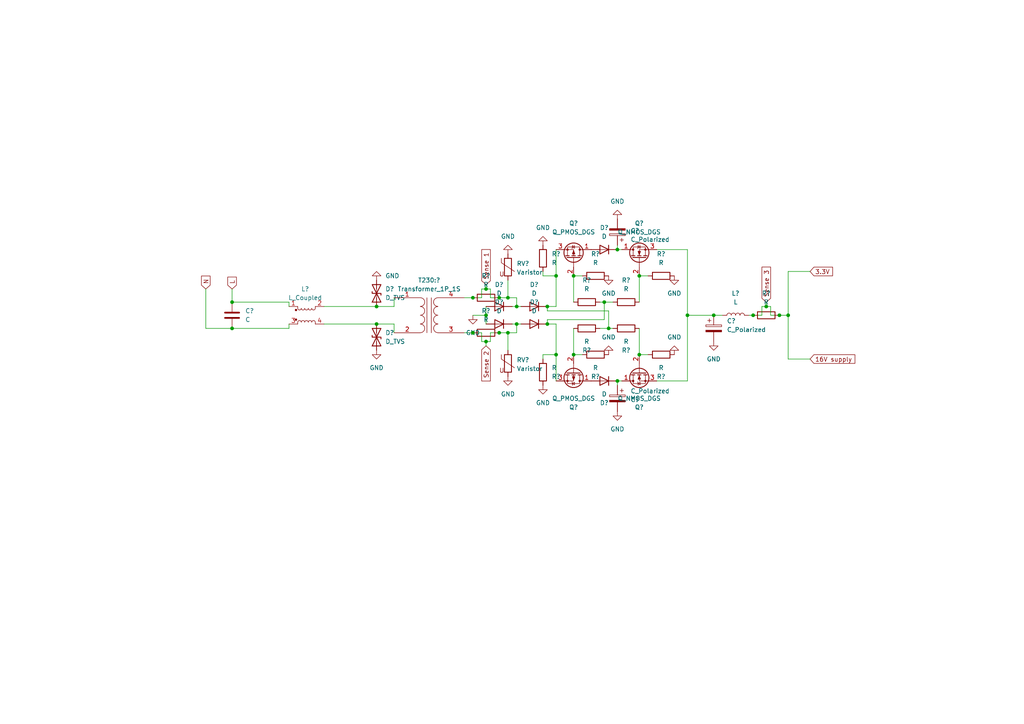
<source format=kicad_sch>
(kicad_sch (version 20230121) (generator eeschema)
  (paper "A4")
  (lib_symbols
    (symbol "Device:C" (pin_numbers hide) (pin_names (offset 0.254))
      (property "Reference" "C" (at 0.635 2.54 0))
      (property "Value" "C" (at 0.635 -2.54 0))
      (symbol "C_0_1"
        (polyline (pts (xy -2.032 -0.762) (xy 2.032 -0.762)) (stroke (width 0.508)))
        (polyline (pts (xy -2.032 0.762) (xy 2.032 0.762)) (stroke (width 0.508)))
      )
      (symbol "C_1_1"
        (pin passive line (at 0 3.81 270) (length 2.794) (name "~") (number "1"))
        (pin passive line (at 0 -3.81 90) (length 2.794) (name "~") (number "2"))
      )
    )
    (symbol "Device:C_Polarized" (pin_numbers hide) (pin_names (offset 0.254))
      (property "Reference" "C" (at 0.635 2.54 0))
      (property "Value" "C_Polarized" (at 0.635 -2.54 0))
      (symbol "C_Polarized_0_1"
        (rectangle (start -2.286 0.508) (end 2.286 1.016))
        (polyline (pts (xy -1.778 2.286) (xy -0.762 2.286)))
        (polyline (pts (xy -1.27 2.794) (xy -1.27 1.778)))
        (rectangle (start 2.286 -0.508) (end -2.286 -1.016) (fill (type outline)))
      )
      (symbol "C_Polarized_1_1"
        (pin passive line (at 0 3.81 270) (length 2.794) (name "~") (number "1"))
        (pin passive line (at 0 -3.81 90) (length 2.794) (name "~") (number "2"))
      )
    )
    (symbol "Device:D" (pin_numbers hide) (pin_names (offset 1.016) hide)
      (property "Reference" "D" (at 0 2.54 0))
      (property "Value" "D" (at 0 -2.54 0))
      (symbol "D_0_1"
        (polyline (pts (xy -1.27 1.27) (xy -1.27 -1.27)) (stroke (width 0.254)))
        (polyline (pts (xy 1.27 0) (xy -1.27 0)))
        (polyline (pts (xy 1.27 1.27) (xy 1.27 -1.27) (xy -1.27 0) (xy 1.27 1.27)) (stroke (width 0.254)))
      )
      (symbol "D_1_1"
        (pin passive line (at -3.81 0 0) (length 2.54) (name "K") (number "1"))
        (pin passive line (at 3.81 0 180) (length 2.54) (name "A") (number "2"))
      )
    )
    (symbol "Device:D_TVS" (pin_numbers hide) (pin_names (offset 1.016) hide)
      (property "Reference" "D" (at 0 2.54 0))
      (property "Value" "D_TVS" (at 0 -2.54 0))
      (symbol "D_TVS_0_1"
        (polyline (pts (xy 1.27 0) (xy -1.27 0)))
        (polyline (pts (xy 0.508 1.27) (xy 0 1.27) (xy 0 -1.27) (xy -0.508 -1.27)) (stroke (width 0.254)))
        (polyline (pts (xy -2.54 1.27) (xy -2.54 -1.27) (xy 2.54 1.27) (xy 2.54 -1.27) (xy -2.54 1.27)) (stroke (width 0.254)))
      )
      (symbol "D_TVS_1_1"
        (pin passive line (at -3.81 0 0) (length 2.54) (name "A1") (number "1"))
        (pin passive line (at 3.81 0 180) (length 2.54) (name "A2") (number "2"))
      )
    )
    (symbol "Device:L" (pin_numbers hide) (pin_names (offset 1.016) hide)
      (property "Reference" "L" (at -1.27 0 90))
      (property "Value" "L" (at 1.905 0 90))
      (symbol "L_0_1"
        (arc (start 0 -2.54) (mid 0.6323 -1.905) (end 0 -1.27))
        (arc (start 0 -1.27) (mid 0.6323 -0.635) (end 0 0))
        (arc (start 0 0) (mid 0.6323 0.635) (end 0 1.27))
        (arc (start 0 1.27) (mid 0.6323 1.905) (end 0 2.54))
      )
      (symbol "L_1_1"
        (pin passive line (at 0 3.81 270) (length 1.27) (name "1") (number "1"))
        (pin passive line (at 0 -3.81 90) (length 1.27) (name "2") (number "2"))
      )
    )
    (symbol "Device:L_Coupled" (pin_names (offset 0.254) hide)
      (property "Reference" "L" (at 0 4.445 0))
      (property "Value" "L_Coupled" (at 0 -4.445 0))
      (symbol "L_Coupled_0_1"
        (circle (center -3.048 -1.27) (radius 0.254) (fill (type outline)))
        (circle (center -3.048 1.524) (radius 0.254) (fill (type outline)))
        (arc (start -2.54 2.032) (mid -2.032 1.5262) (end -1.524 2.032))
        (arc (start -1.524 -2.032) (mid -2.032 -1.5262) (end -2.54 -2.032))
        (arc (start -1.524 2.032) (mid -1.016 1.5262) (end -0.508 2.032))
        (arc (start -0.508 -2.032) (mid -1.016 -1.5262) (end -1.524 -2.032))
        (arc (start -0.508 2.032) (mid 0 1.5262) (end 0.508 2.032))
        (polyline (pts (xy -2.54 -2.032) (xy -2.54 -2.54)))
        (polyline (pts (xy -2.54 2.032) (xy -2.54 2.54)))
        (polyline (pts (xy 2.54 -2.032) (xy 2.54 -2.54)))
        (polyline (pts (xy 2.54 2.54) (xy 2.54 2.032)))
        (arc (start 0.508 -2.032) (mid 0 -1.5262) (end -0.508 -2.032))
        (arc (start 0.508 2.032) (mid 1.016 1.5262) (end 1.524 2.032))
        (arc (start 1.524 -2.032) (mid 1.016 -1.5262) (end 0.508 -2.032))
        (arc (start 1.524 2.032) (mid 2.032 1.5262) (end 2.54 2.032))
        (arc (start 2.54 -2.032) (mid 2.032 -1.5262) (end 1.524 -2.032))
      )
      (symbol "L_Coupled_1_1"
        (pin passive line (at -5.08 2.54 0) (length 2.54) (name "1") (number "1"))
        (pin passive line (at 5.08 2.54 180) (length 2.54) (name "2") (number "2"))
        (pin passive line (at -5.08 -2.54 0) (length 2.54) (name "3") (number "3"))
        (pin passive line (at 5.08 -2.54 180) (length 2.54) (name "4") (number "4"))
      )
    )
    (symbol "Device:Q_NMOS_DGS" (pin_names (offset 0) hide)
      (property "Reference" "Q" (at 5.08 1.27 0))
      (property "Value" "Q_NMOS_DGS" (at 5.08 -1.27 0))
      (symbol "Q_NMOS_DGS_0_1"
        (polyline (pts (xy 0.254 0) (xy -2.54 0)))
        (polyline (pts (xy 0.254 1.905) (xy 0.254 -1.905)) (stroke (width 0.254)))
        (polyline (pts (xy 0.762 -1.27) (xy 0.762 -2.286)) (stroke (width 0.254)))
        (polyline (pts (xy 0.762 0.508) (xy 0.762 -0.508)) (stroke (width 0.254)))
        (polyline (pts (xy 0.762 2.286) (xy 0.762 1.27)) (stroke (width 0.254)))
        (polyline (pts (xy 2.54 2.54) (xy 2.54 1.778)))
        (polyline (pts (xy 2.54 -2.54) (xy 2.54 0) (xy 0.762 0)))
        (polyline (pts (xy 0.762 -1.778) (xy 3.302 -1.778) (xy 3.302 1.778) (xy 0.762 1.778)))
        (polyline (pts (xy 1.016 0) (xy 2.032 0.381) (xy 2.032 -0.381) (xy 1.016 0)) (fill (type outline)))
        (polyline (pts (xy 2.794 0.508) (xy 2.921 0.381) (xy 3.683 0.381) (xy 3.81 0.254)))
        (polyline (pts (xy 3.302 0.381) (xy 2.921 -0.254) (xy 3.683 -0.254) (xy 3.302 0.381)))
        (circle (center 1.651 0) (radius 2.794) (stroke (width 0.254)))
        (circle (center 2.54 -1.778) (radius 0.254) (fill (type outline)))
        (circle (center 2.54 1.778) (radius 0.254) (fill (type outline)))
      )
      (symbol "Q_NMOS_DGS_1_1"
        (pin passive line (at 2.54 5.08 270) (length 2.54) (name "D") (number "1"))
        (pin input line (at -5.08 0 0) (length 2.54) (name "G") (number "2"))
        (pin passive line (at 2.54 -5.08 90) (length 2.54) (name "S") (number "3"))
      )
    )
    (symbol "Device:Q_PMOS_DGS" (pin_names (offset 0) hide)
      (property "Reference" "Q" (at 5.08 1.27 0))
      (property "Value" "Q_PMOS_DGS" (at 5.08 -1.27 0))
      (symbol "Q_PMOS_DGS_0_1"
        (polyline (pts (xy 0.254 0) (xy -2.54 0)))
        (polyline (pts (xy 0.254 1.905) (xy 0.254 -1.905)) (stroke (width 0.254)))
        (polyline (pts (xy 0.762 -1.27) (xy 0.762 -2.286)) (stroke (width 0.254)))
        (polyline (pts (xy 0.762 0.508) (xy 0.762 -0.508)) (stroke (width 0.254)))
        (polyline (pts (xy 0.762 2.286) (xy 0.762 1.27)) (stroke (width 0.254)))
        (polyline (pts (xy 2.54 2.54) (xy 2.54 1.778)))
        (polyline (pts (xy 2.54 -2.54) (xy 2.54 0) (xy 0.762 0)))
        (polyline (pts (xy 0.762 1.778) (xy 3.302 1.778) (xy 3.302 -1.778) (xy 0.762 -1.778)))
        (polyline (pts (xy 2.286 0) (xy 1.27 0.381) (xy 1.27 -0.381) (xy 2.286 0)) (fill (type outline)))
        (polyline (pts (xy 2.794 -0.508) (xy 2.921 -0.381) (xy 3.683 -0.381) (xy 3.81 -0.254)))
        (polyline (pts (xy 3.302 -0.381) (xy 2.921 0.254) (xy 3.683 0.254) (xy 3.302 -0.381)))
        (circle (center 1.651 0) (radius 2.794) (stroke (width 0.254)))
        (circle (center 2.54 -1.778) (radius 0.254) (fill (type outline)))
        (circle (center 2.54 1.778) (radius 0.254) (fill (type outline)))
      )
      (symbol "Q_PMOS_DGS_1_1"
        (pin passive line (at 2.54 5.08 270) (length 2.54) (name "D") (number "1"))
        (pin input line (at -5.08 0 0) (length 2.54) (name "G") (number "2"))
        (pin passive line (at 2.54 -5.08 90) (length 2.54) (name "S") (number "3"))
      )
    )
    (symbol "Device:R" (pin_numbers hide) (pin_names (offset 0))
      (property "Reference" "R" (at 2.032 0 90))
      (property "Value" "R" (at 0 0 90))
      (symbol "R_0_1"
        (rectangle (start -1.016 -2.54) (end 1.016 2.54) (stroke (width 0.254)))
      )
      (symbol "R_1_1"
        (pin passive line (at 0 3.81 270) (length 1.27) (name "~") (number "1"))
        (pin passive line (at 0 -3.81 90) (length 1.27) (name "~") (number "2"))
      )
    )
    (symbol "Device:Transformer_1P_1S" (pin_names (offset 1.016) hide)
      (property "Reference" "T" (at 0 6.35 0))
      (property "Value" "Transformer_1P_1S" (at 0 -7.62 0))
      (symbol "Transformer_1P_1S_0_1"
        (arc (start -2.54 -5.0546) (mid -1.6599 -4.6901) (end -1.27 -3.81))
        (arc (start -2.54 -2.5146) (mid -1.6599 -2.1501) (end -1.27 -1.27))
        (arc (start -2.54 0.0254) (mid -1.6599 0.3899) (end -1.27 1.27))
        (arc (start -2.54 2.5654) (mid -1.6599 2.9299) (end -1.27 3.81))
        (arc (start -1.27 -3.81) (mid -1.642 -2.912) (end -2.54 -2.54))
        (arc (start -1.27 -1.27) (mid -1.642 -0.372) (end -2.54 0))
        (arc (start -1.27 1.27) (mid -1.642 2.168) (end -2.54 2.54))
        (arc (start -1.27 3.81) (mid -1.642 4.708) (end -2.54 5.08))
        (polyline (pts (xy -0.635 5.08) (xy -0.635 -5.08)))
        (polyline (pts (xy 0.635 -5.08) (xy 0.635 5.08)))
        (arc (start 1.2954 -1.27) (mid 1.6599 -2.1501) (end 2.54 -2.5146))
        (arc (start 1.2954 1.27) (mid 1.6599 0.3899) (end 2.54 0.0254))
        (arc (start 1.2954 3.81) (mid 1.6599 2.9299) (end 2.54 2.5654))
        (arc (start 1.3208 -3.81) (mid 1.6853 -4.6901) (end 2.5654 -5.0546))
        (arc (start 2.54 0) (mid 1.642 -0.372) (end 1.2954 -1.27))
        (arc (start 2.54 2.54) (mid 1.642 2.168) (end 1.2954 1.27))
        (arc (start 2.54 5.08) (mid 1.642 4.708) (end 1.2954 3.81))
        (arc (start 2.5654 -2.54) (mid 1.6674 -2.912) (end 1.3208 -3.81))
      )
      (symbol "Transformer_1P_1S_1_1"
        (pin passive line (at -10.16 5.08 0) (length 7.62) (name "AA") (number "1"))
        (pin passive line (at -10.16 -5.08 0) (length 7.62) (name "AB") (number "2"))
        (pin passive line (at 10.16 -5.08 180) (length 7.62) (name "SA") (number "3"))
        (pin passive line (at 10.16 5.08 180) (length 7.62) (name "SB") (number "4"))
      )
    )
    (symbol "Device:Varistor" (pin_numbers hide) (pin_names (offset 0))
      (property "Reference" "RV" (at 3.175 0 90))
      (property "Value" "Varistor" (at -3.175 0 90))
      (symbol "Varistor_0_0"
        (text "U" (at -1.778 -2.032 0) (effects (font (size 1.27 1.27))))
      )
      (symbol "Varistor_0_1"
        (rectangle (start -1.016 -2.54) (end 1.016 2.54) (stroke (width 0.254)))
        (polyline (pts (xy -1.905 2.54) (xy -1.905 1.27) (xy 1.905 -1.27)))
      )
      (symbol "Varistor_1_1"
        (pin passive line (at 0 3.81 270) (length 1.27) (name "~") (number "1"))
        (pin passive line (at 0 -3.81 90) (length 1.27) (name "~") (number "2"))
      )
    )
    (symbol "power:GND" (power) (pin_names (offset 0))
      (property "Value" "GND" (at 0 -3.81 0))
      (symbol "GND_0_1"
        (polyline (pts (xy 0 0) (xy 0 -1.27) (xy 1.27 -1.27) (xy 0 -2.54) (xy -1.27 -1.27) (xy 0 -1.27)))
      )
      (symbol "GND_1_1"
        (pin power_in line (at 0 0 270) (length 0) hide (name "GND") (number "1"))
      )
    )
  )
  (junction (at 147.32 96.52))
  (junction (at 161.29 80.01))
  (junction (at 179.07 110.49))
  (junction (at 228.6 91.44))
  (junction (at 166.37 80.01))
  (junction (at 218.44 91.44))
  (junction (at 147.32 86.36))
  (junction (at 158.75 93.98))
  (junction (at 140.97 91.44))
  (junction (at 140.97 99.06))
  (junction (at 137.16 86.36))
  (junction (at 109.22 93.98))
  (junction (at 109.22 88.9))
  (junction (at 199.39 91.44))
  (junction (at 179.07 72.39))
  (junction (at 185.42 102.87))
  (junction (at 67.31 87.63))
  (junction (at 207.01 91.44))
  (junction (at 137.16 96.52))
  (junction (at 161.29 102.87))
  (junction (at 175.26 87.63))
  (junction (at 158.75 88.9))
  (junction (at 226.06 91.44))
  (junction (at 144.78 96.52))
  (junction (at 149.86 93.98))
  (junction (at 149.86 88.9))
  (junction (at 185.42 80.01))
  (junction (at 67.31 95.25))
  (junction (at 140.97 83.82))
  (junction (at 222.25 88.9))
  (junction (at 176.53 95.25))
  (junction (at 166.37 102.87))
  (junction (at 144.78 86.36))
  (wire (pts (xy 147.32 81.28) (xy 147.32 86.36)))
  (wire (pts (xy 228.6 78.74) (xy 234.95 78.74)))
  (wire (pts (xy 140.97 83.82) (xy 139.7 83.82)))
  (wire (pts (xy 176.53 95.25) (xy 177.8 95.25)))
  (wire (pts (xy 199.39 110.49) (xy 199.39 91.44)))
  (wire (pts (xy 137.16 91.44) (xy 140.97 91.44)))
  (wire (pts (xy 134.62 86.36) (xy 137.16 86.36)))
  (wire (pts (xy 228.6 104.14) (xy 234.95 104.14)))
  (wire (pts (xy 185.42 80.01) (xy 185.42 87.63)))
  (wire (pts (xy 161.29 93.98) (xy 161.29 102.87)))
  (wire (pts (xy 179.07 110.49) (xy 180.34 110.49)))
  (wire (pts (xy 157.48 104.14) (xy 157.48 102.87)))
  (wire (pts (xy 83.82 95.25) (xy 83.82 93.98)))
  (wire (pts (xy 140.97 88.9) (xy 140.97 91.44)))
  (wire (pts (xy 223.52 88.9) (xy 222.25 88.9)))
  (wire (pts (xy 142.24 83.82) (xy 142.24 86.36)))
  (wire (pts (xy 137.16 86.36) (xy 139.7 86.36)))
  (wire (pts (xy 134.62 96.52) (xy 137.16 96.52)))
  (wire (pts (xy 222.25 88.9) (xy 220.98 88.9)))
  (wire (pts (xy 140.97 83.82) (xy 142.24 83.82)))
  (wire (pts (xy 158.75 93.98) (xy 161.29 93.98)))
  (wire (pts (xy 83.82 87.63) (xy 83.82 88.9)))
  (wire (pts (xy 109.22 88.9) (xy 114.3 88.9)))
  (wire (pts (xy 140.97 99.06) (xy 142.24 99.06)))
  (wire (pts (xy 199.39 91.44) (xy 199.39 72.39)))
  (wire (pts (xy 147.32 86.36) (xy 149.86 86.36)))
  (wire (pts (xy 223.52 91.44) (xy 223.52 88.9)))
  (wire (pts (xy 158.75 92.71) (xy 175.26 92.71)))
  (wire (pts (xy 139.7 99.06) (xy 140.97 99.06)))
  (wire (pts (xy 222.25 87.63) (xy 222.25 88.9)))
  (wire (pts (xy 199.39 91.44) (xy 207.01 91.44)))
  (wire (pts (xy 144.78 86.36) (xy 142.24 86.36)))
  (wire (pts (xy 185.42 80.01) (xy 187.96 80.01)))
  (wire (pts (xy 166.37 102.87) (xy 168.91 102.87)))
  (wire (pts (xy 175.26 92.71) (xy 175.26 87.63)))
  (wire (pts (xy 147.32 96.52) (xy 149.86 96.52)))
  (wire (pts (xy 148.59 88.9) (xy 149.86 88.9)))
  (wire (pts (xy 137.16 96.52) (xy 139.7 96.52)))
  (wire (pts (xy 149.86 93.98) (xy 148.59 93.98)))
  (wire (pts (xy 179.07 111.76) (xy 179.07 110.49)))
  (wire (pts (xy 139.7 83.82) (xy 139.7 86.36)))
  (wire (pts (xy 179.07 71.12) (xy 179.07 72.39)))
  (wire (pts (xy 207.01 91.44) (xy 209.55 91.44)))
  (wire (pts (xy 185.42 102.87) (xy 185.42 95.25)))
  (wire (pts (xy 158.75 93.98) (xy 158.75 92.71)))
  (wire (pts (xy 140.97 82.55) (xy 140.97 83.82)))
  (wire (pts (xy 217.17 91.44) (xy 218.44 91.44)))
  (wire (pts (xy 144.78 96.52) (xy 147.32 96.52)))
  (wire (pts (xy 158.75 90.17) (xy 158.75 88.9)))
  (wire (pts (xy 147.32 96.52) (xy 147.32 101.6)))
  (wire (pts (xy 149.86 86.36) (xy 149.86 88.9)))
  (wire (pts (xy 93.98 88.9) (xy 109.22 88.9)))
  (wire (pts (xy 114.3 96.52) (xy 114.3 93.98)))
  (wire (pts (xy 185.42 102.87) (xy 187.96 102.87)))
  (wire (pts (xy 176.53 90.17) (xy 158.75 90.17)))
  (wire (pts (xy 161.29 80.01) (xy 161.29 88.9)))
  (wire (pts (xy 158.75 88.9) (xy 161.29 88.9)))
  (wire (pts (xy 220.98 88.9) (xy 220.98 91.44)))
  (wire (pts (xy 226.06 91.44) (xy 228.6 91.44)))
  (wire (pts (xy 140.97 91.44) (xy 140.97 93.98)))
  (wire (pts (xy 142.24 99.06) (xy 142.24 96.52)))
  (wire (pts (xy 140.97 99.06) (xy 140.97 100.33)))
  (wire (pts (xy 173.99 87.63) (xy 175.26 87.63)))
  (wire (pts (xy 67.31 95.25) (xy 83.82 95.25)))
  (wire (pts (xy 149.86 96.52) (xy 149.86 93.98)))
  (wire (pts (xy 161.29 80.01) (xy 157.48 80.01)))
  (wire (pts (xy 218.44 91.44) (xy 220.98 91.44)))
  (wire (pts (xy 161.29 72.39) (xy 161.29 80.01)))
  (wire (pts (xy 157.48 78.74) (xy 157.48 80.01)))
  (wire (pts (xy 175.26 87.63) (xy 177.8 87.63)))
  (wire (pts (xy 142.24 96.52) (xy 144.78 96.52)))
  (wire (pts (xy 161.29 102.87) (xy 157.48 102.87)))
  (wire (pts (xy 109.22 93.98) (xy 114.3 93.98)))
  (wire (pts (xy 226.06 91.44) (xy 223.52 91.44)))
  (wire (pts (xy 228.6 91.44) (xy 228.6 104.14)))
  (wire (pts (xy 59.69 95.25) (xy 67.31 95.25)))
  (wire (pts (xy 173.99 95.25) (xy 176.53 95.25)))
  (wire (pts (xy 67.31 83.82) (xy 67.31 87.63)))
  (wire (pts (xy 166.37 102.87) (xy 166.37 95.25)))
  (wire (pts (xy 114.3 88.9) (xy 114.3 86.36)))
  (wire (pts (xy 228.6 78.74) (xy 228.6 91.44)))
  (wire (pts (xy 166.37 80.01) (xy 168.91 80.01)))
  (wire (pts (xy 166.37 80.01) (xy 166.37 87.63)))
  (wire (pts (xy 179.07 72.39) (xy 180.34 72.39)))
  (wire (pts (xy 199.39 72.39) (xy 190.5 72.39)))
  (wire (pts (xy 190.5 110.49) (xy 199.39 110.49)))
  (wire (pts (xy 149.86 88.9) (xy 151.13 88.9)))
  (wire (pts (xy 149.86 93.98) (xy 151.13 93.98)))
  (wire (pts (xy 93.98 93.98) (xy 109.22 93.98)))
  (wire (pts (xy 67.31 87.63) (xy 83.82 87.63)))
  (wire (pts (xy 161.29 102.87) (xy 161.29 110.49)))
  (wire (pts (xy 144.78 86.36) (xy 147.32 86.36)))
  (wire (pts (xy 59.69 83.82) (xy 59.69 95.25)))
  (wire (pts (xy 139.7 96.52) (xy 139.7 99.06)))
  (wire (pts (xy 176.53 95.25) (xy 176.53 90.17)))
  (global_label "Sense 1" (shape input) (at 140.97 82.55 90) (property "Intersheetrefs" "${INTERSHEET_REFS}" (effects hide)))
  (global_label "L" (shape input) (at 67.31 83.82 90) (property "Intersheetrefs" "${INTERSHEET_REFS}" (effects hide)))
  (global_label "16V supply" (shape input) (at 234.95 104.14 0) (property "Intersheetrefs" "${INTERSHEET_REFS}" (effects hide)))
  (global_label "Sense 3" (shape input) (at 222.25 87.63 90) (property "Intersheetrefs" "${INTERSHEET_REFS}" (effects hide)))
  (global_label "3.3V" (shape input) (at 234.95 78.74 0) (property "Intersheetrefs" "${INTERSHEET_REFS}" (effects hide)))
  (global_label "Sense 2" (shape input) (at 140.97 100.33 270) (property "Intersheetrefs" "${INTERSHEET_REFS}" (effects hide)))
  (global_label "N" (shape input) (at 59.69 83.82 90) (property "Intersheetrefs" "${INTERSHEET_REFS}" (effects hide)))
  (symbol (lib_id "Device:D") (at 154.94 93.98 180) (unit 1)
    (property "Reference" "D?" (at 154.94 87.63 0))
    (property "Value" "D" (at 154.94 90.17 0))
  )
  (symbol (lib_id "power:GND") (at 179.07 119.38 0) (mirror y) (unit 1)
    (property "Reference" "#PWR?" (effects hide))
    (property "Value" "GND" (at 179.07 124.46 0))
  )
  (symbol (lib_id "Device:C") (at 67.31 91.44 0) (unit 1)
    (property "Reference" "C?" (at 71.12 90.1699 0) (effects (justify left)))
    (property "Value" "C" (at 71.12 92.7099 0) (effects (justify left)))
  )
  (symbol (lib_id "Device:R") (at 181.61 95.25 90) (mirror x) (unit 1)
    (property "Reference" "R?" (at 181.61 101.6 90))
    (property "Value" "R" (at 181.61 99.06 90))
  )
  (symbol (lib_id "power:GND") (at 195.58 80.01 0) (unit 1)
    (property "Reference" "#PWR?" (effects hide))
    (property "Value" "GND" (at 195.58 85.09 0))
  )
  (symbol (lib_id "Device:L") (at 213.36 91.44 90) (unit 1)
    (property "Reference" "L?" (at 213.36 85.09 90))
    (property "Value" "L" (at 213.36 87.63 90))
  )
  (symbol (lib_id "power:GND") (at 137.16 91.44 0) (unit 1)
    (property "Reference" "#PWR?" (effects hide))
    (property "Value" "GND" (at 137.16 96.52 0))
  )
  (symbol (lib_id "power:GND") (at 176.53 102.87 0) (mirror x) (unit 1)
    (property "Reference" "#PWR?" (effects hide))
    (property "Value" "GND" (at 176.53 97.79 0))
  )
  (symbol (lib_id "Device:R") (at 222.25 91.44 90) (unit 1)
    (property "Reference" "R?" (at 222.25 85.09 90))
    (property "Value" "R" (at 222.25 87.63 90))
  )
  (symbol (lib_id "Device:Q_PMOS_DGS") (at 166.37 74.93 270) (mirror x) (unit 1)
    (property "Reference" "Q?" (at 166.37 64.77 90))
    (property "Value" "Q_PMOS_DGS" (at 166.37 67.31 90))
  )
  (symbol (lib_id "Device:D_TVS") (at 109.22 85.09 90) (unit 1)
    (property "Reference" "D?" (at 111.76 83.8199 90) (effects (justify right)))
    (property "Value" "D_TVS" (at 111.76 86.3599 90) (effects (justify right)))
  )
  (symbol (lib_id "power:GND") (at 157.48 111.76 0) (mirror y) (unit 1)
    (property "Reference" "#PWR?" (effects hide))
    (property "Value" "GND" (at 157.48 116.84 0))
  )
  (symbol (lib_id "Device:D") (at 175.26 110.49 0) (mirror y) (unit 1)
    (property "Reference" "D?" (at 175.26 116.84 0))
    (property "Value" "D" (at 175.26 114.3 0))
  )
  (symbol (lib_id "Device:Q_NMOS_DGS") (at 185.42 107.95 90) (mirror x) (unit 1)
    (property "Reference" "Q?" (at 185.42 118.11 90))
    (property "Value" "Q_NMOS_DGS" (at 185.42 115.57 90))
  )
  (symbol (lib_id "Device:D") (at 144.78 88.9 180) (unit 1)
    (property "Reference" "D?" (at 144.78 82.55 0))
    (property "Value" "D" (at 144.78 85.09 0))
  )
  (symbol (lib_id "power:GND") (at 109.22 101.6 0) (unit 1)
    (property "Reference" "#PWR?" (effects hide))
    (property "Value" "GND" (at 109.22 106.68 0))
  )
  (symbol (lib_id "Device:R") (at 157.48 74.93 0) (unit 1)
    (property "Reference" "R?" (at 160.02 73.6599 0) (effects (justify left)))
    (property "Value" "R" (at 160.02 76.1999 0) (effects (justify left)))
  )
  (symbol (lib_id "Device:R") (at 140.97 96.52 90) (unit 1)
    (property "Reference" "R?" (at 140.97 90.17 90))
    (property "Value" "R" (at 140.97 92.71 90))
  )
  (symbol (lib_id "Device:C_Polarized") (at 179.07 67.31 180) (unit 1)
    (property "Reference" "C?" (at 182.88 66.9289 0) (effects (justify right)))
    (property "Value" "C_Polarized" (at 182.88 69.4689 0) (effects (justify right)))
  )
  (symbol (lib_id "Device:R") (at 170.18 95.25 90) (mirror x) (unit 1)
    (property "Reference" "R?" (at 170.18 101.6 90))
    (property "Value" "R" (at 170.18 99.06 90))
  )
  (symbol (lib_id "Device:C_Polarized") (at 207.01 95.25 0) (unit 1)
    (property "Reference" "C?" (at 210.82 93.0909 0) (effects (justify left)))
    (property "Value" "C_Polarized" (at 210.82 95.6309 0) (effects (justify left)))
  )
  (symbol (lib_id "Device:Q_NMOS_DGS") (at 185.42 74.93 90) (unit 1)
    (property "Reference" "Q?" (at 185.42 64.77 90))
    (property "Value" "Q_NMOS_DGS" (at 185.42 67.31 90))
  )
  (symbol (lib_id "Device:L_Coupled") (at 88.9 91.44 0) (unit 1)
    (property "Reference" "L?" (at 88.519 83.82 0))
    (property "Value" "L_Coupled" (at 88.519 86.36 0))
  )
  (symbol (lib_id "power:GND") (at 176.53 80.01 0) (unit 1)
    (property "Reference" "#PWR?" (effects hide))
    (property "Value" "GND" (at 176.53 85.09 0))
  )
  (symbol (lib_id "Device:R") (at 140.97 86.36 90) (unit 1)
    (property "Reference" "R?" (at 140.97 80.01 90))
    (property "Value" "R" (at 140.97 82.55 90))
  )
  (symbol (lib_id "Device:R") (at 191.77 80.01 90) (unit 1)
    (property "Reference" "R?" (at 191.77 73.66 90))
    (property "Value" "R" (at 191.77 76.2 90))
  )
  (symbol (lib_id "Device:R") (at 191.77 102.87 90) (mirror x) (unit 1)
    (property "Reference" "R?" (at 191.77 109.22 90))
    (property "Value" "R" (at 191.77 106.68 90))
  )
  (symbol (lib_id "power:GND") (at 157.48 71.12 180) (unit 1)
    (property "Reference" "#PWR?" (effects hide))
    (property "Value" "GND" (at 157.48 66.04 0))
  )
  (symbol (lib_id "Device:Q_PMOS_DGS") (at 166.37 107.95 270) (unit 1)
    (property "Reference" "Q?" (at 166.37 118.11 90))
    (property "Value" "Q_PMOS_DGS" (at 166.37 115.57 90))
  )
  (symbol (lib_id "Device:R") (at 181.61 87.63 90) (unit 1)
    (property "Reference" "R?" (at 181.61 81.28 90))
    (property "Value" "R" (at 181.61 83.82 90))
  )
  (symbol (lib_id "power:GND") (at 195.58 102.87 0) (mirror x) (unit 1)
    (property "Reference" "#PWR?" (effects hide))
    (property "Value" "GND" (at 195.58 97.79 0))
  )
  (symbol (lib_id "power:GND") (at 147.32 109.22 0) (unit 1)
    (property "Reference" "#PWR?" (effects hide))
    (property "Value" "GND" (at 147.32 114.3 0))
  )
  (symbol (lib_id "Device:C_Polarized") (at 179.07 115.57 0) (mirror y) (unit 1)
    (property "Reference" "C?" (at 182.88 115.9511 0) (effects (justify right)))
    (property "Value" "C_Polarized" (at 182.88 113.4111 0) (effects (justify right)))
  )
  (symbol (lib_id "Device:R") (at 170.18 87.63 90) (unit 1)
    (property "Reference" "R?" (at 170.18 81.28 90))
    (property "Value" "R" (at 170.18 83.82 90))
  )
  (symbol (lib_id "power:GND") (at 179.07 63.5 180) (unit 1)
    (property "Reference" "#PWR?" (effects hide))
    (property "Value" "GND" (at 179.07 58.42 0))
  )
  (symbol (lib_id "Device:R") (at 157.48 107.95 0) (mirror x) (unit 1)
    (property "Reference" "R?" (at 160.02 109.2201 0) (effects (justify left)))
    (property "Value" "R" (at 160.02 106.6801 0) (effects (justify left)))
  )
  (symbol (lib_id "power:GND") (at 147.32 73.66 180) (unit 1)
    (property "Reference" "#PWR?" (effects hide))
    (property "Value" "GND" (at 147.32 68.58 0))
  )
  (symbol (lib_id "Device:Varistor") (at 147.32 105.41 0) (unit 1)
    (property "Reference" "RV?" (at 149.86 104.3931 0) (effects (justify left)))
    (property "Value" "Varistor" (at 149.86 106.9331 0) (effects (justify left)))
  )
  (symbol (lib_id "Device:D_TVS") (at 109.22 97.79 90) (unit 1)
    (property "Reference" "D?" (at 111.76 96.5199 90) (effects (justify right)))
    (property "Value" "D_TVS" (at 111.76 99.0599 90) (effects (justify right)))
  )
  (symbol (lib_id "Device:D") (at 154.94 88.9 180) (unit 1)
    (property "Reference" "D?" (at 154.94 82.55 0))
    (property "Value" "D" (at 154.94 85.09 0))
  )
  (symbol (lib_id "power:GND") (at 109.22 81.28 180) (unit 1)
    (property "Reference" "#PWR?" (effects hide))
    (property "Value" "GND" (at 111.76 80.0099 0) (effects (justify right)))
  )
  (symbol (lib_id "Device:D") (at 144.78 93.98 180) (unit 1)
    (property "Reference" "D?" (at 144.78 87.63 0))
    (property "Value" "D" (at 144.78 90.17 0))
  )
  (symbol (lib_id "Device:R") (at 172.72 80.01 90) (unit 1)
    (property "Reference" "R?" (at 172.72 73.66 90))
    (property "Value" "R" (at 172.72 76.2 90))
  )
  (symbol (lib_id "Device:R") (at 172.72 102.87 90) (mirror x) (unit 1)
    (property "Reference" "R?" (at 172.72 109.22 90))
    (property "Value" "R" (at 172.72 106.68 90))
  )
  (symbol (lib_id "Device:D") (at 175.26 72.39 180) (unit 1)
    (property "Reference" "D?" (at 175.26 66.04 0))
    (property "Value" "D" (at 175.26 68.58 0))
  )
  (symbol (lib_id "Device:Transformer_1P_1S") (at 124.46 91.44 0) (unit 1)
    (property "Reference" "T230:?" (at 124.4727 81.28 0))
    (property "Value" "Transformer_1P_1S" (at 124.4727 83.82 0))
  )
  (symbol (lib_id "power:GND") (at 207.01 99.06 0) (unit 1)
    (property "Reference" "#PWR?" (effects hide))
    (property "Value" "GND" (at 207.01 104.14 0))
  )
  (symbol (lib_id "Device:Varistor") (at 147.32 77.47 0) (unit 1)
    (property "Reference" "RV?" (at 149.86 76.4531 0) (effects (justify left)))
    (property "Value" "Varistor" (at 149.86 78.9931 0) (effects (justify left)))
  )
)
</source>
